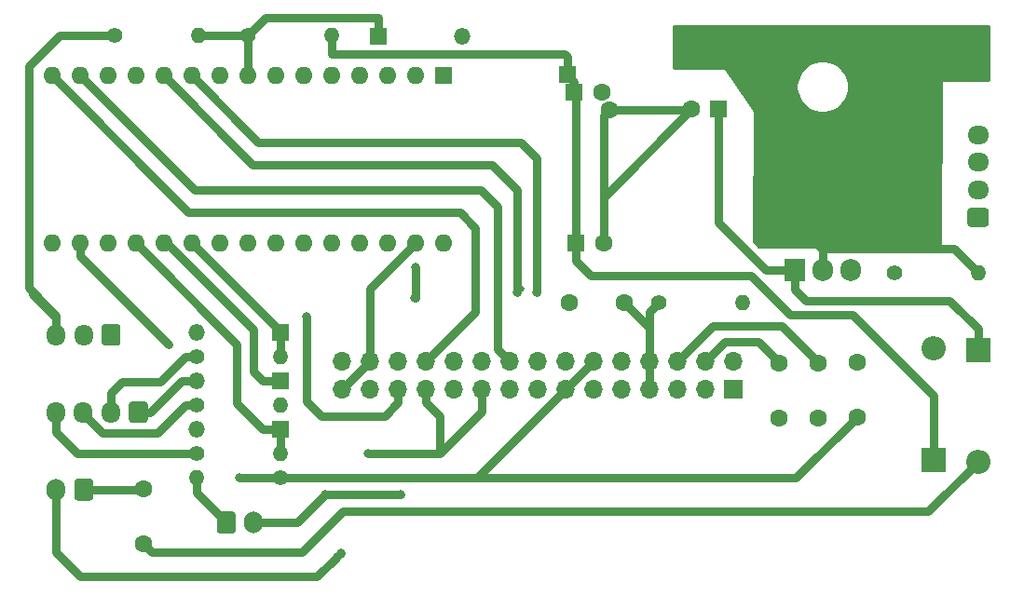
<source format=gbr>
G04 #@! TF.GenerationSoftware,KiCad,Pcbnew,(5.1.6-0-10_14)*
G04 #@! TF.CreationDate,2020-07-17T21:00:32+10:00*
G04 #@! TF.ProjectId,pcb-v2,7063622d-7632-42e6-9b69-6361645f7063,rev?*
G04 #@! TF.SameCoordinates,Original*
G04 #@! TF.FileFunction,Copper,L1,Top*
G04 #@! TF.FilePolarity,Positive*
%FSLAX46Y46*%
G04 Gerber Fmt 4.6, Leading zero omitted, Abs format (unit mm)*
G04 Created by KiCad (PCBNEW (5.1.6-0-10_14)) date 2020-07-17 21:00:32*
%MOMM*%
%LPD*%
G01*
G04 APERTURE LIST*
G04 #@! TA.AperFunction,ComponentPad*
%ADD10R,1.700000X1.700000*%
G04 #@! TD*
G04 #@! TA.AperFunction,ComponentPad*
%ADD11O,1.700000X1.700000*%
G04 #@! TD*
G04 #@! TA.AperFunction,ComponentPad*
%ADD12C,1.400000*%
G04 #@! TD*
G04 #@! TA.AperFunction,ComponentPad*
%ADD13O,1.400000X1.400000*%
G04 #@! TD*
G04 #@! TA.AperFunction,ComponentPad*
%ADD14C,1.600000*%
G04 #@! TD*
G04 #@! TA.AperFunction,ComponentPad*
%ADD15R,1.600000X1.600000*%
G04 #@! TD*
G04 #@! TA.AperFunction,ComponentPad*
%ADD16R,2.200000X2.200000*%
G04 #@! TD*
G04 #@! TA.AperFunction,ComponentPad*
%ADD17O,2.200000X2.200000*%
G04 #@! TD*
G04 #@! TA.AperFunction,ComponentPad*
%ADD18R,1.500000X1.500000*%
G04 #@! TD*
G04 #@! TA.AperFunction,ComponentPad*
%ADD19O,1.500000X1.500000*%
G04 #@! TD*
G04 #@! TA.AperFunction,ComponentPad*
%ADD20O,1.700000X2.000000*%
G04 #@! TD*
G04 #@! TA.AperFunction,ComponentPad*
%ADD21O,1.600000X1.600000*%
G04 #@! TD*
G04 #@! TA.AperFunction,ComponentPad*
%ADD22O,1.905000X2.000000*%
G04 #@! TD*
G04 #@! TA.AperFunction,ComponentPad*
%ADD23R,1.905000X2.000000*%
G04 #@! TD*
G04 #@! TA.AperFunction,ComponentPad*
%ADD24O,1.700000X1.950000*%
G04 #@! TD*
G04 #@! TA.AperFunction,ComponentPad*
%ADD25O,1.950000X1.700000*%
G04 #@! TD*
G04 #@! TA.AperFunction,ViaPad*
%ADD26C,0.800000*%
G04 #@! TD*
G04 #@! TA.AperFunction,Conductor*
%ADD27C,0.800000*%
G04 #@! TD*
G04 #@! TA.AperFunction,Conductor*
%ADD28C,0.500000*%
G04 #@! TD*
G04 #@! TA.AperFunction,Conductor*
%ADD29C,0.250000*%
G04 #@! TD*
G04 #@! TA.AperFunction,Conductor*
%ADD30C,0.254000*%
G04 #@! TD*
G04 APERTURE END LIST*
D10*
X119964400Y-108400000D03*
D11*
X119964400Y-105860000D03*
X117424400Y-108400000D03*
X117424400Y-105860000D03*
X114884400Y-108400000D03*
X114884400Y-105860000D03*
X112344400Y-108400000D03*
X112344400Y-105860000D03*
X109804400Y-108400000D03*
X109804400Y-105860000D03*
X107264400Y-108400000D03*
X107264400Y-105860000D03*
X104724400Y-108400000D03*
X104724400Y-105860000D03*
X102184400Y-108400000D03*
X102184400Y-105860000D03*
X99644400Y-108400000D03*
X99644400Y-105860000D03*
X97104400Y-108400000D03*
X97104400Y-105860000D03*
X94564400Y-108400000D03*
X94564400Y-105860000D03*
X92024400Y-108400000D03*
X92024400Y-105860000D03*
X89484400Y-108400000D03*
X89484400Y-105860000D03*
X86944400Y-108400000D03*
X86944400Y-105860000D03*
X84404400Y-108400000D03*
X84404400Y-105860000D03*
D12*
X75844400Y-76250800D03*
D13*
X83464400Y-76250800D03*
D14*
X124104400Y-110998000D03*
X124104400Y-105998000D03*
D15*
X105511600Y-81381600D03*
D14*
X108011600Y-81381600D03*
D15*
X104840663Y-79781600D03*
D14*
X108682537Y-82981600D03*
D15*
X105638600Y-95148400D03*
D14*
X108138600Y-95148400D03*
X127660400Y-110998000D03*
X127660400Y-105998000D03*
X105029000Y-100533200D03*
X110029000Y-100533200D03*
X131191000Y-110918000D03*
X131191000Y-105918000D03*
D16*
X142189200Y-104825800D03*
D17*
X142189200Y-114985800D03*
X138125200Y-104673400D03*
D16*
X138125200Y-114833400D03*
D18*
X87706200Y-76301600D03*
D19*
X95326200Y-76301600D03*
X71140000Y-112048400D03*
D18*
X78760000Y-112048400D03*
X78760000Y-107648400D03*
D19*
X71140000Y-107648400D03*
X71140000Y-103248400D03*
D18*
X78760000Y-103248400D03*
D20*
X58434600Y-117525800D03*
G04 #@! TA.AperFunction,ComponentPad*
G36*
G01*
X61784600Y-116775800D02*
X61784600Y-118275800D01*
G75*
G02*
X61534600Y-118525800I-250000J0D01*
G01*
X60334600Y-118525800D01*
G75*
G02*
X60084600Y-118275800I0J250000D01*
G01*
X60084600Y-116775800D01*
G75*
G02*
X60334600Y-116525800I250000J0D01*
G01*
X61534600Y-116525800D01*
G75*
G02*
X61784600Y-116775800I0J-250000D01*
G01*
G37*
G04 #@! TD.AperFunction*
D14*
X66344800Y-122453400D03*
X66344800Y-117453400D03*
D15*
X93584400Y-79900000D03*
D21*
X60564400Y-95140000D03*
X91044400Y-79900000D03*
X63104400Y-95140000D03*
X88504400Y-79900000D03*
X65644400Y-95140000D03*
X85964400Y-79900000D03*
X68184400Y-95140000D03*
X83424400Y-79900000D03*
X70724400Y-95140000D03*
X80884400Y-79900000D03*
X73264400Y-95140000D03*
X78344400Y-79900000D03*
X75804400Y-95140000D03*
X75804400Y-79900000D03*
X78344400Y-95140000D03*
X73264400Y-79900000D03*
X80884400Y-95140000D03*
X70724400Y-79900000D03*
X83424400Y-95140000D03*
X68184400Y-79900000D03*
X85964400Y-95140000D03*
X65644400Y-79900000D03*
X88504400Y-95140000D03*
X63104400Y-79900000D03*
X91044400Y-95140000D03*
X60564400Y-79900000D03*
X93584400Y-95140000D03*
X58024400Y-79900000D03*
X58024400Y-95140000D03*
D13*
X71170800Y-116459000D03*
D12*
X78790800Y-116459000D03*
X63754000Y-76225400D03*
D13*
X71374000Y-76225400D03*
X78780000Y-105448400D03*
D12*
X71160000Y-105448400D03*
X71160000Y-109848400D03*
D13*
X78780000Y-109848400D03*
X142189200Y-97790000D03*
D12*
X134569200Y-97790000D03*
D13*
X78780000Y-114248400D03*
D12*
X71160000Y-114248400D03*
X113157000Y-100558600D03*
D13*
X120777000Y-100558600D03*
D22*
X130581400Y-97536000D03*
X128041400Y-97536000D03*
D23*
X125501400Y-97536000D03*
G04 #@! TA.AperFunction,ComponentPad*
G36*
G01*
X64248400Y-102729200D02*
X64248400Y-104179200D01*
G75*
G02*
X63998400Y-104429200I-250000J0D01*
G01*
X62798400Y-104429200D01*
G75*
G02*
X62548400Y-104179200I0J250000D01*
G01*
X62548400Y-102729200D01*
G75*
G02*
X62798400Y-102479200I250000J0D01*
G01*
X63998400Y-102479200D01*
G75*
G02*
X64248400Y-102729200I0J-250000D01*
G01*
G37*
G04 #@! TD.AperFunction*
D24*
X60898400Y-103454200D03*
X58398400Y-103454200D03*
G04 #@! TA.AperFunction,ComponentPad*
G36*
G01*
X66737600Y-109765000D02*
X66737600Y-111215000D01*
G75*
G02*
X66487600Y-111465000I-250000J0D01*
G01*
X65287600Y-111465000D01*
G75*
G02*
X65037600Y-111215000I0J250000D01*
G01*
X65037600Y-109765000D01*
G75*
G02*
X65287600Y-109515000I250000J0D01*
G01*
X66487600Y-109515000D01*
G75*
G02*
X66737600Y-109765000I0J-250000D01*
G01*
G37*
G04 #@! TD.AperFunction*
X63387600Y-110490000D03*
X60887600Y-110490000D03*
X58387600Y-110490000D03*
D25*
X142189200Y-85286200D03*
X142189200Y-87786200D03*
X142189200Y-90286200D03*
G04 #@! TA.AperFunction,ComponentPad*
G36*
G01*
X142914200Y-93636200D02*
X141464200Y-93636200D01*
G75*
G02*
X141214200Y-93386200I0J250000D01*
G01*
X141214200Y-92186200D01*
G75*
G02*
X141464200Y-91936200I250000J0D01*
G01*
X142914200Y-91936200D01*
G75*
G02*
X143164200Y-92186200I0J-250000D01*
G01*
X143164200Y-93386200D01*
G75*
G02*
X142914200Y-93636200I-250000J0D01*
G01*
G37*
G04 #@! TD.AperFunction*
D15*
X118618000Y-82956400D03*
D14*
X116118000Y-82956400D03*
G04 #@! TA.AperFunction,ComponentPad*
G36*
G01*
X73013200Y-121273000D02*
X73013200Y-119773000D01*
G75*
G02*
X73263200Y-119523000I250000J0D01*
G01*
X74463200Y-119523000D01*
G75*
G02*
X74713200Y-119773000I0J-250000D01*
G01*
X74713200Y-121273000D01*
G75*
G02*
X74463200Y-121523000I-250000J0D01*
G01*
X73263200Y-121523000D01*
G75*
G02*
X73013200Y-121273000I0J250000D01*
G01*
G37*
G04 #@! TD.AperFunction*
D20*
X76363200Y-120523000D03*
D26*
X93319600Y-114223800D03*
X84277200Y-123266200D03*
X89687400Y-117957600D03*
X82905600Y-117983000D03*
X86791800Y-114223800D03*
X91044400Y-97328190D03*
X91033600Y-100126800D03*
X123987560Y-94569280D03*
X75082400Y-116484400D03*
X68630800Y-104368600D03*
X100330000Y-99618800D03*
X81153000Y-101777800D03*
X102082600Y-99618800D03*
D27*
X142189200Y-102925800D02*
X142189200Y-104825800D01*
X139611790Y-100348390D02*
X142189200Y-102925800D01*
X125501400Y-99336000D02*
X126513790Y-100348390D01*
X126513790Y-100348390D02*
X139611790Y-100348390D01*
X125501400Y-97536000D02*
X125501400Y-99336000D01*
X118618000Y-82956400D02*
X118618000Y-93278618D01*
X122875382Y-97536000D02*
X125501400Y-97536000D01*
X118618000Y-93278618D02*
X122875382Y-97536000D01*
D28*
X92024400Y-109602081D02*
X92422320Y-110000001D01*
D27*
X116092800Y-82981600D02*
X116118000Y-82956400D01*
X108682537Y-82981600D02*
X116092800Y-82981600D01*
X84404400Y-108400000D02*
X86944400Y-105860000D01*
X86944400Y-99240000D02*
X91044400Y-95140000D01*
X86944400Y-105860000D02*
X86944400Y-99240000D01*
X97104400Y-108400000D02*
X97104400Y-109602081D01*
X92024400Y-108400000D02*
X92024400Y-109602081D01*
X108138600Y-90935800D02*
X116118000Y-82956400D01*
X108138600Y-95148400D02*
X108138600Y-90935800D01*
X58434600Y-123241767D02*
X60618033Y-125425200D01*
X58434600Y-117525800D02*
X58434600Y-123241767D01*
X76363200Y-120523000D02*
X79883000Y-120523000D01*
X82905600Y-117983000D02*
X82905600Y-117983000D01*
X80365600Y-120523000D02*
X82905600Y-117983000D01*
X79883000Y-120523000D02*
X80365600Y-120523000D01*
X83877201Y-123666199D02*
X83877201Y-123691599D01*
X84277200Y-123266200D02*
X83877201Y-123666199D01*
X83877201Y-123691599D02*
X82143600Y-125425200D01*
X60618033Y-125425200D02*
X82143600Y-125425200D01*
X70079340Y-107648400D02*
X71140000Y-107648400D01*
X69808541Y-107648400D02*
X70079340Y-107648400D01*
X66966941Y-110490000D02*
X69808541Y-107648400D01*
X65887600Y-110490000D02*
X66966941Y-110490000D01*
X86791800Y-114223800D02*
X93319600Y-114223800D01*
X89662000Y-117983000D02*
X89687400Y-117957600D01*
X82905600Y-117983000D02*
X89662000Y-117983000D01*
X97104400Y-110439000D02*
X97104400Y-108400000D01*
X93319600Y-114223800D02*
X97104400Y-110439000D01*
X93319600Y-110897281D02*
X93319600Y-114223800D01*
X92024400Y-109602081D02*
X93319600Y-110897281D01*
X91059000Y-100050600D02*
X91059000Y-100050600D01*
X91044400Y-100116000D02*
X91033600Y-100126800D01*
X91044400Y-97328190D02*
X91044400Y-100116000D01*
X108138600Y-83525537D02*
X108682537Y-82981600D01*
X108138600Y-95148400D02*
X108138600Y-83525537D01*
X128041400Y-95736000D02*
X128041400Y-97536000D01*
X126874680Y-94569280D02*
X123987560Y-94569280D01*
X128041400Y-95736000D02*
X126874680Y-94569280D01*
X140035190Y-95635990D02*
X142189200Y-97790000D01*
X128141410Y-95635990D02*
X140035190Y-95635990D01*
X128041400Y-95736000D02*
X128141410Y-95635990D01*
X138125200Y-109014400D02*
X138125200Y-114833400D01*
X130759200Y-101648400D02*
X138125200Y-109014400D01*
X125149291Y-101648400D02*
X130759200Y-101648400D01*
X106984798Y-98094598D02*
X121595489Y-98094598D01*
X121595489Y-98094598D02*
X125149291Y-101648400D01*
X105638600Y-96748400D02*
X106984798Y-98094598D01*
X105638600Y-95148400D02*
X105638600Y-96748400D01*
X105638600Y-81508600D02*
X105511600Y-81381600D01*
X105638600Y-95148400D02*
X105638600Y-81508600D01*
X105511600Y-80452537D02*
X104840663Y-79781600D01*
X105511600Y-81381600D02*
X105511600Y-80452537D01*
X104610664Y-77951601D02*
X104840663Y-78181600D01*
X104840663Y-78181600D02*
X104840663Y-79781600D01*
X85598000Y-77951601D02*
X86106000Y-77951601D01*
X85598000Y-77951601D02*
X104610664Y-77951601D01*
X83464400Y-77952600D02*
X83464400Y-76250800D01*
X83465399Y-77951601D02*
X83464400Y-77952600D01*
X85598000Y-77951601D02*
X83465399Y-77951601D01*
X123304401Y-105198001D02*
X124104400Y-105998000D01*
X122216399Y-104109999D02*
X123304401Y-105198001D01*
X119174401Y-104109999D02*
X122216399Y-104109999D01*
X117424400Y-105860000D02*
X119174401Y-104109999D01*
X124347600Y-102685200D02*
X126860401Y-105198001D01*
X118059200Y-102685200D02*
X124347600Y-102685200D01*
X126860401Y-105198001D02*
X127660400Y-105998000D01*
X114884400Y-105860000D02*
X118059200Y-102685200D01*
D28*
X112344400Y-102848600D02*
X112344400Y-105860000D01*
X112344400Y-101371200D02*
X112344400Y-105860000D01*
D27*
X112344400Y-102848600D02*
X112344400Y-108400000D01*
X110029000Y-100533200D02*
X112344400Y-102848600D01*
X112344400Y-101371200D02*
X113157000Y-100558600D01*
X112344400Y-108400000D02*
X112344400Y-101371200D01*
D28*
X128554790Y-113554210D02*
X131191000Y-110918000D01*
X82626200Y-116459000D02*
X78790800Y-116459000D01*
X131191000Y-110918000D02*
X128254790Y-113854210D01*
X104724400Y-108400000D02*
X96665400Y-116459000D01*
D27*
X96665400Y-116459000D02*
X107264400Y-105860000D01*
X78790800Y-116459000D02*
X96665400Y-116459000D01*
X125650000Y-116459000D02*
X131191000Y-110918000D01*
X78790800Y-116459000D02*
X125650000Y-116459000D01*
X60564400Y-96271370D02*
X62438630Y-98145600D01*
X60564400Y-95140000D02*
X60564400Y-96271370D01*
X62438630Y-98145600D02*
X62438630Y-98176430D01*
X62438630Y-98176430D02*
X67284600Y-103022400D01*
X78765400Y-116484400D02*
X78790800Y-116459000D01*
X75082400Y-116484400D02*
X78765400Y-116484400D01*
X67284600Y-103022400D02*
X68630800Y-104368600D01*
X67144799Y-123253399D02*
X66344800Y-122453400D01*
X80721200Y-123253399D02*
X67144799Y-123253399D01*
X137663390Y-119511610D02*
X84462989Y-119511610D01*
X84462989Y-119511610D02*
X80721200Y-123253399D01*
X142189200Y-114985800D02*
X137663390Y-119511610D01*
X75804400Y-76290800D02*
X75844400Y-76250800D01*
X75804400Y-79900000D02*
X75804400Y-76290800D01*
X71399400Y-76250800D02*
X71374000Y-76225400D01*
X75844400Y-76250800D02*
X71399400Y-76250800D01*
X87706200Y-74676000D02*
X87706200Y-76301600D01*
X87680999Y-74650799D02*
X87706200Y-74676000D01*
X77444401Y-74650799D02*
X87680999Y-74650799D01*
X75844400Y-76250800D02*
X77444401Y-74650799D01*
X65644400Y-95140000D02*
X74803000Y-104298600D01*
X77210000Y-112048400D02*
X78760000Y-112048400D01*
X74803000Y-109641400D02*
X77210000Y-112048400D01*
X74803000Y-104298600D02*
X74803000Y-109641400D01*
X78780000Y-112068400D02*
X78760000Y-112048400D01*
X78780000Y-114248400D02*
X78780000Y-112068400D01*
X77210000Y-107648400D02*
X78760000Y-107648400D01*
X76377800Y-106816200D02*
X77210000Y-107648400D01*
X76377800Y-103022400D02*
X76377800Y-106816200D01*
X68495400Y-95140000D02*
X76377800Y-103022400D01*
X68184400Y-95140000D02*
X68495400Y-95140000D01*
D29*
X78780000Y-104458451D02*
X78780000Y-105448400D01*
X78780000Y-103198009D02*
X78780000Y-104458451D01*
X70724400Y-95140000D02*
X72180600Y-96596200D01*
X76022200Y-100440209D02*
X78780000Y-103198009D01*
D27*
X78760000Y-103175600D02*
X78760000Y-103248400D01*
X70724400Y-95140000D02*
X78760000Y-103175600D01*
X78760000Y-105428400D02*
X78780000Y-105448400D01*
X78760000Y-103248400D02*
X78760000Y-105428400D01*
X70986800Y-90322400D02*
X97028000Y-90322400D01*
X60564400Y-79900000D02*
X70986800Y-90322400D01*
X97028000Y-90322400D02*
X98526600Y-91821000D01*
X98526600Y-104742200D02*
X99644400Y-105860000D01*
X98526600Y-91821000D02*
X98526600Y-104742200D01*
D28*
X96520000Y-101364400D02*
X96520000Y-101015800D01*
D27*
X92024400Y-105860000D02*
X96520000Y-101364400D01*
X96520000Y-101364400D02*
X96520000Y-93726000D01*
X96520000Y-93726000D02*
X95123000Y-92329000D01*
X70453400Y-92329000D02*
X58024400Y-79900000D01*
X95123000Y-92329000D02*
X70453400Y-92329000D01*
D29*
X88266281Y-110820200D02*
X86233000Y-110820200D01*
D28*
X100330000Y-99618800D02*
X100729999Y-99218801D01*
X76270000Y-87985600D02*
X76428600Y-87985600D01*
D27*
X89484400Y-109602081D02*
X88266281Y-110820200D01*
X89484400Y-108400000D02*
X89484400Y-109602081D01*
X81153000Y-109474000D02*
X81153000Y-101904800D01*
X82499200Y-110820200D02*
X81153000Y-109474000D01*
X88266281Y-110820200D02*
X82499200Y-110820200D01*
X76270000Y-87985600D02*
X68184400Y-79900000D01*
X100330000Y-90322400D02*
X100330000Y-99110800D01*
X100330000Y-99618800D02*
X100330000Y-99110800D01*
X97993200Y-87985600D02*
X100330000Y-90322400D01*
X97993200Y-87985600D02*
X76270000Y-87985600D01*
D29*
X102082600Y-99618800D02*
X102082600Y-99669600D01*
D27*
X76778000Y-85953600D02*
X100660200Y-85953600D01*
X70724400Y-79900000D02*
X76778000Y-85953600D01*
X102082600Y-87376000D02*
X102082600Y-99618800D01*
X100660200Y-85953600D02*
X102082600Y-87376000D01*
X66272400Y-117525800D02*
X66344800Y-117453400D01*
X60934600Y-117525800D02*
X66272400Y-117525800D01*
X71170800Y-117830600D02*
X73863200Y-120523000D01*
X71170800Y-116459000D02*
X71170800Y-117830600D01*
D29*
X58398400Y-102229200D02*
X56899399Y-100730199D01*
X58699400Y-76250800D02*
X56007000Y-78943200D01*
X58398400Y-102229200D02*
X58398400Y-103454200D01*
X56007000Y-99837800D02*
X58398400Y-102229200D01*
X56007000Y-78943200D02*
X56007000Y-99837800D01*
D28*
X55930800Y-79019400D02*
X58699400Y-76250800D01*
X58724800Y-76225400D02*
X58699400Y-76250800D01*
D27*
X59626998Y-76225400D02*
X58724800Y-76225400D01*
X63754000Y-76225400D02*
X59626998Y-76225400D01*
X55930800Y-79019400D02*
X58724800Y-76225400D01*
X55930800Y-99211600D02*
X58398400Y-101679200D01*
X58398400Y-101679200D02*
X58398400Y-103454200D01*
X55930800Y-79019400D02*
X55930800Y-99211600D01*
X63387600Y-108715000D02*
X63387600Y-110490000D01*
X67897051Y-107721400D02*
X64381200Y-107721400D01*
X64381200Y-107721400D02*
X63387600Y-108715000D01*
X70170051Y-105448400D02*
X67897051Y-107721400D01*
X71160000Y-105448400D02*
X70170051Y-105448400D01*
X67653441Y-112365010D02*
X70170051Y-109848400D01*
X62637610Y-112365010D02*
X67653441Y-112365010D01*
X60887600Y-110615000D02*
X62637610Y-112365010D01*
X70170051Y-109848400D02*
X71160000Y-109848400D01*
X60887600Y-110490000D02*
X60887600Y-110615000D01*
D29*
X62021000Y-114248400D02*
X70170051Y-114248400D01*
D28*
X70170051Y-114248400D02*
X71160000Y-114248400D01*
X60671000Y-114248400D02*
X70170051Y-114248400D01*
D27*
X60371000Y-114248400D02*
X60671000Y-114248400D01*
X58387600Y-112265000D02*
X60371000Y-114248400D01*
X58387600Y-110490000D02*
X58387600Y-112265000D01*
X60371000Y-114248400D02*
X71160000Y-114248400D01*
D30*
G36*
X143184880Y-80324960D02*
G01*
X138932920Y-80324960D01*
X138908144Y-80327400D01*
X138884319Y-80334627D01*
X138862363Y-80346363D01*
X138843117Y-80362157D01*
X138827323Y-80381403D01*
X138815587Y-80403359D01*
X138808360Y-80427184D01*
X138805922Y-80451256D01*
X138722802Y-95453200D01*
X122256293Y-95453200D01*
X121774216Y-94971124D01*
X121853957Y-83048689D01*
X121851683Y-83023897D01*
X121844615Y-83000025D01*
X121831002Y-82975010D01*
X120197264Y-80641098D01*
X125656400Y-80641098D01*
X125656400Y-81110902D01*
X125748054Y-81571679D01*
X125927840Y-82005721D01*
X126188850Y-82396349D01*
X126521051Y-82728550D01*
X126911679Y-82989560D01*
X127345721Y-83169346D01*
X127806498Y-83261000D01*
X128276302Y-83261000D01*
X128737079Y-83169346D01*
X129171121Y-82989560D01*
X129561749Y-82728550D01*
X129893950Y-82396349D01*
X130154960Y-82005721D01*
X130334746Y-81571679D01*
X130426400Y-81110902D01*
X130426400Y-80641098D01*
X130334746Y-80180321D01*
X130154960Y-79746279D01*
X129893950Y-79355651D01*
X129561749Y-79023450D01*
X129171121Y-78762440D01*
X128737079Y-78582654D01*
X128276302Y-78491000D01*
X127806498Y-78491000D01*
X127345721Y-78582654D01*
X126911679Y-78762440D01*
X126521051Y-79023450D01*
X126188850Y-79355651D01*
X125927840Y-79746279D01*
X125748054Y-80180321D01*
X125656400Y-80641098D01*
X120197264Y-80641098D01*
X119235122Y-79266610D01*
X119218915Y-79247712D01*
X119199332Y-79232339D01*
X119177126Y-79221081D01*
X119153151Y-79214372D01*
X119131080Y-79212440D01*
X119054987Y-79212440D01*
X114503358Y-79197614D01*
X114508121Y-75387200D01*
X143184880Y-75387200D01*
X143184880Y-80324960D01*
G37*
X143184880Y-80324960D02*
X138932920Y-80324960D01*
X138908144Y-80327400D01*
X138884319Y-80334627D01*
X138862363Y-80346363D01*
X138843117Y-80362157D01*
X138827323Y-80381403D01*
X138815587Y-80403359D01*
X138808360Y-80427184D01*
X138805922Y-80451256D01*
X138722802Y-95453200D01*
X122256293Y-95453200D01*
X121774216Y-94971124D01*
X121853957Y-83048689D01*
X121851683Y-83023897D01*
X121844615Y-83000025D01*
X121831002Y-82975010D01*
X120197264Y-80641098D01*
X125656400Y-80641098D01*
X125656400Y-81110902D01*
X125748054Y-81571679D01*
X125927840Y-82005721D01*
X126188850Y-82396349D01*
X126521051Y-82728550D01*
X126911679Y-82989560D01*
X127345721Y-83169346D01*
X127806498Y-83261000D01*
X128276302Y-83261000D01*
X128737079Y-83169346D01*
X129171121Y-82989560D01*
X129561749Y-82728550D01*
X129893950Y-82396349D01*
X130154960Y-82005721D01*
X130334746Y-81571679D01*
X130426400Y-81110902D01*
X130426400Y-80641098D01*
X130334746Y-80180321D01*
X130154960Y-79746279D01*
X129893950Y-79355651D01*
X129561749Y-79023450D01*
X129171121Y-78762440D01*
X128737079Y-78582654D01*
X128276302Y-78491000D01*
X127806498Y-78491000D01*
X127345721Y-78582654D01*
X126911679Y-78762440D01*
X126521051Y-79023450D01*
X126188850Y-79355651D01*
X125927840Y-79746279D01*
X125748054Y-80180321D01*
X125656400Y-80641098D01*
X120197264Y-80641098D01*
X119235122Y-79266610D01*
X119218915Y-79247712D01*
X119199332Y-79232339D01*
X119177126Y-79221081D01*
X119153151Y-79214372D01*
X119131080Y-79212440D01*
X119054987Y-79212440D01*
X114503358Y-79197614D01*
X114508121Y-75387200D01*
X143184880Y-75387200D01*
X143184880Y-80324960D01*
M02*

</source>
